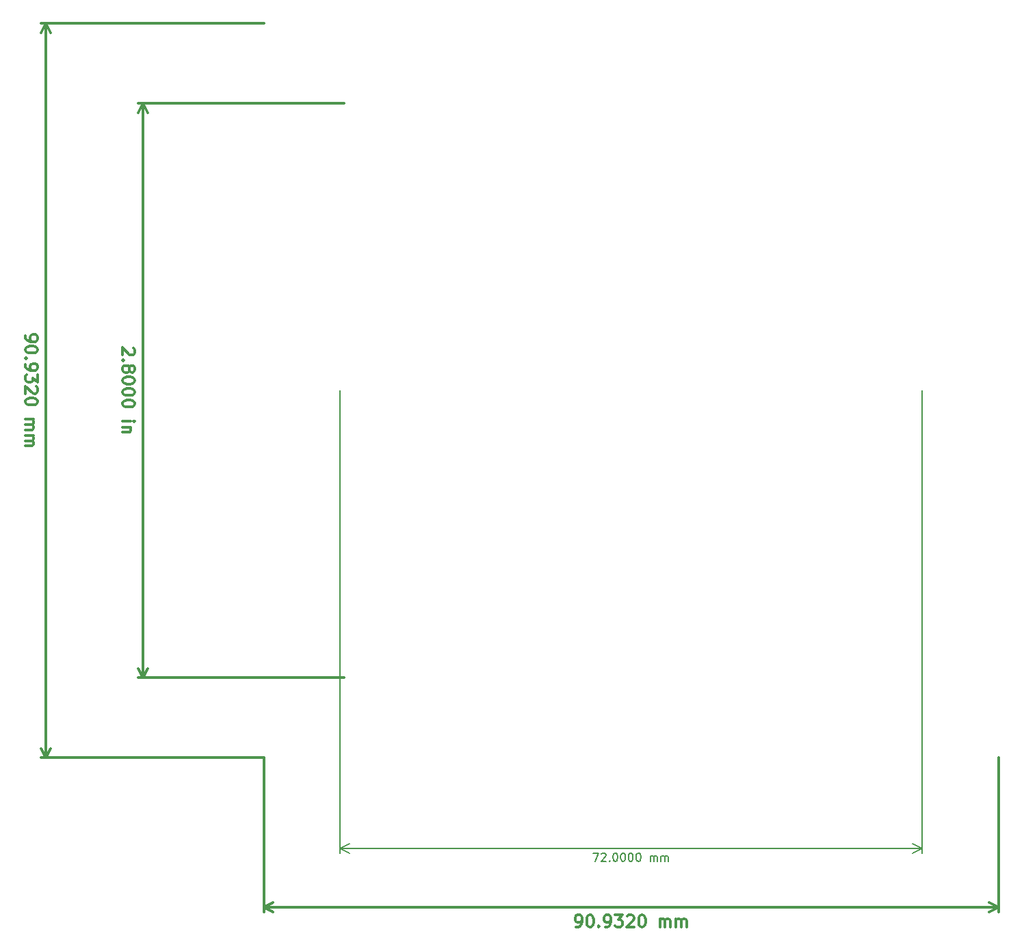
<source format=gbr>
G04 #@! TF.GenerationSoftware,KiCad,Pcbnew,5.99.0-unknown-43001cae3~104~ubuntu18.04.1*
G04 #@! TF.CreationDate,2020-11-12T23:28:15+01:00*
G04 #@! TF.ProjectId,QFHMIX01C,5146484d-4958-4303-9143-2e6b69636164,REV 0.2*
G04 #@! TF.SameCoordinates,Original*
G04 #@! TF.FileFunction,OtherDrawing,Comment*
%FSLAX45Y45*%
G04 Gerber Fmt 4.5, Leading zero omitted, Abs format (unit mm)*
G04 Created by KiCad (PCBNEW 5.99.0-unknown-43001cae3~104~ubuntu18.04.1) date 2020-11-12 23:28:15*
%MOMM*%
%LPD*%
G01*
G04 APERTURE LIST*
%ADD10C,0.150000*%
%ADD11C,0.300000*%
G04 APERTURE END LIST*
D10*
X14533333Y-14728738D02*
X14600000Y-14728738D01*
X14557143Y-14828738D01*
X14633333Y-14738262D02*
X14638095Y-14733500D01*
X14647619Y-14728738D01*
X14671428Y-14728738D01*
X14680952Y-14733500D01*
X14685714Y-14738262D01*
X14690476Y-14747786D01*
X14690476Y-14757309D01*
X14685714Y-14771595D01*
X14628571Y-14828738D01*
X14690476Y-14828738D01*
X14733333Y-14819214D02*
X14738095Y-14823976D01*
X14733333Y-14828738D01*
X14728571Y-14823976D01*
X14733333Y-14819214D01*
X14733333Y-14828738D01*
X14800000Y-14728738D02*
X14809524Y-14728738D01*
X14819048Y-14733500D01*
X14823809Y-14738262D01*
X14828571Y-14747786D01*
X14833333Y-14766833D01*
X14833333Y-14790643D01*
X14828571Y-14809690D01*
X14823809Y-14819214D01*
X14819048Y-14823976D01*
X14809524Y-14828738D01*
X14800000Y-14828738D01*
X14790476Y-14823976D01*
X14785714Y-14819214D01*
X14780952Y-14809690D01*
X14776190Y-14790643D01*
X14776190Y-14766833D01*
X14780952Y-14747786D01*
X14785714Y-14738262D01*
X14790476Y-14733500D01*
X14800000Y-14728738D01*
X14895238Y-14728738D02*
X14904762Y-14728738D01*
X14914286Y-14733500D01*
X14919048Y-14738262D01*
X14923809Y-14747786D01*
X14928571Y-14766833D01*
X14928571Y-14790643D01*
X14923809Y-14809690D01*
X14919048Y-14819214D01*
X14914286Y-14823976D01*
X14904762Y-14828738D01*
X14895238Y-14828738D01*
X14885714Y-14823976D01*
X14880952Y-14819214D01*
X14876190Y-14809690D01*
X14871428Y-14790643D01*
X14871428Y-14766833D01*
X14876190Y-14747786D01*
X14880952Y-14738262D01*
X14885714Y-14733500D01*
X14895238Y-14728738D01*
X14990476Y-14728738D02*
X15000000Y-14728738D01*
X15009524Y-14733500D01*
X15014286Y-14738262D01*
X15019048Y-14747786D01*
X15023809Y-14766833D01*
X15023809Y-14790643D01*
X15019048Y-14809690D01*
X15014286Y-14819214D01*
X15009524Y-14823976D01*
X15000000Y-14828738D01*
X14990476Y-14828738D01*
X14980952Y-14823976D01*
X14976190Y-14819214D01*
X14971428Y-14809690D01*
X14966667Y-14790643D01*
X14966667Y-14766833D01*
X14971428Y-14747786D01*
X14976190Y-14738262D01*
X14980952Y-14733500D01*
X14990476Y-14728738D01*
X15085714Y-14728738D02*
X15095238Y-14728738D01*
X15104762Y-14733500D01*
X15109524Y-14738262D01*
X15114286Y-14747786D01*
X15119048Y-14766833D01*
X15119048Y-14790643D01*
X15114286Y-14809690D01*
X15109524Y-14819214D01*
X15104762Y-14823976D01*
X15095238Y-14828738D01*
X15085714Y-14828738D01*
X15076190Y-14823976D01*
X15071428Y-14819214D01*
X15066667Y-14809690D01*
X15061905Y-14790643D01*
X15061905Y-14766833D01*
X15066667Y-14747786D01*
X15071428Y-14738262D01*
X15076190Y-14733500D01*
X15085714Y-14728738D01*
X15238095Y-14828738D02*
X15238095Y-14762071D01*
X15238095Y-14771595D02*
X15242857Y-14766833D01*
X15252381Y-14762071D01*
X15266667Y-14762071D01*
X15276190Y-14766833D01*
X15280952Y-14776357D01*
X15280952Y-14828738D01*
X15280952Y-14776357D02*
X15285714Y-14766833D01*
X15295238Y-14762071D01*
X15309524Y-14762071D01*
X15319048Y-14766833D01*
X15323809Y-14776357D01*
X15323809Y-14828738D01*
X15371428Y-14828738D02*
X15371428Y-14762071D01*
X15371428Y-14771595D02*
X15376190Y-14766833D01*
X15385714Y-14762071D01*
X15400000Y-14762071D01*
X15409524Y-14766833D01*
X15414286Y-14776357D01*
X15414286Y-14828738D01*
X15414286Y-14776357D02*
X15419048Y-14766833D01*
X15428571Y-14762071D01*
X15442857Y-14762071D01*
X15452381Y-14766833D01*
X15457143Y-14776357D01*
X15457143Y-14828738D01*
X18600000Y-9000000D02*
X18600000Y-14727142D01*
X11400000Y-9000000D02*
X11400000Y-14727142D01*
X18600000Y-14668500D02*
X11400000Y-14668500D01*
X18600000Y-14668500D02*
X11400000Y-14668500D01*
X18600000Y-14668500D02*
X18487350Y-14609858D01*
X18600000Y-14668500D02*
X18487350Y-14727142D01*
X11400000Y-14668500D02*
X11512650Y-14727142D01*
X11400000Y-14668500D02*
X11512650Y-14609858D01*
D11*
X14321428Y-15644457D02*
X14350000Y-15644457D01*
X14364286Y-15637314D01*
X14371428Y-15630171D01*
X14385714Y-15608743D01*
X14392857Y-15580171D01*
X14392857Y-15523028D01*
X14385714Y-15508743D01*
X14378571Y-15501600D01*
X14364286Y-15494457D01*
X14335714Y-15494457D01*
X14321428Y-15501600D01*
X14314286Y-15508743D01*
X14307143Y-15523028D01*
X14307143Y-15558743D01*
X14314286Y-15573028D01*
X14321428Y-15580171D01*
X14335714Y-15587314D01*
X14364286Y-15587314D01*
X14378571Y-15580171D01*
X14385714Y-15573028D01*
X14392857Y-15558743D01*
X14485714Y-15494457D02*
X14500000Y-15494457D01*
X14514286Y-15501600D01*
X14521428Y-15508743D01*
X14528571Y-15523028D01*
X14535714Y-15551600D01*
X14535714Y-15587314D01*
X14528571Y-15615886D01*
X14521428Y-15630171D01*
X14514286Y-15637314D01*
X14500000Y-15644457D01*
X14485714Y-15644457D01*
X14471428Y-15637314D01*
X14464286Y-15630171D01*
X14457143Y-15615886D01*
X14450000Y-15587314D01*
X14450000Y-15551600D01*
X14457143Y-15523028D01*
X14464286Y-15508743D01*
X14471428Y-15501600D01*
X14485714Y-15494457D01*
X14600000Y-15630171D02*
X14607143Y-15637314D01*
X14600000Y-15644457D01*
X14592857Y-15637314D01*
X14600000Y-15630171D01*
X14600000Y-15644457D01*
X14678571Y-15644457D02*
X14707143Y-15644457D01*
X14721428Y-15637314D01*
X14728571Y-15630171D01*
X14742857Y-15608743D01*
X14750000Y-15580171D01*
X14750000Y-15523028D01*
X14742857Y-15508743D01*
X14735714Y-15501600D01*
X14721428Y-15494457D01*
X14692857Y-15494457D01*
X14678571Y-15501600D01*
X14671428Y-15508743D01*
X14664286Y-15523028D01*
X14664286Y-15558743D01*
X14671428Y-15573028D01*
X14678571Y-15580171D01*
X14692857Y-15587314D01*
X14721428Y-15587314D01*
X14735714Y-15580171D01*
X14742857Y-15573028D01*
X14750000Y-15558743D01*
X14800000Y-15494457D02*
X14892857Y-15494457D01*
X14842857Y-15551600D01*
X14864286Y-15551600D01*
X14878571Y-15558743D01*
X14885714Y-15565886D01*
X14892857Y-15580171D01*
X14892857Y-15615886D01*
X14885714Y-15630171D01*
X14878571Y-15637314D01*
X14864286Y-15644457D01*
X14821428Y-15644457D01*
X14807143Y-15637314D01*
X14800000Y-15630171D01*
X14950000Y-15508743D02*
X14957143Y-15501600D01*
X14971428Y-15494457D01*
X15007143Y-15494457D01*
X15021428Y-15501600D01*
X15028571Y-15508743D01*
X15035714Y-15523028D01*
X15035714Y-15537314D01*
X15028571Y-15558743D01*
X14942857Y-15644457D01*
X15035714Y-15644457D01*
X15128571Y-15494457D02*
X15142857Y-15494457D01*
X15157143Y-15501600D01*
X15164286Y-15508743D01*
X15171428Y-15523028D01*
X15178571Y-15551600D01*
X15178571Y-15587314D01*
X15171428Y-15615886D01*
X15164286Y-15630171D01*
X15157143Y-15637314D01*
X15142857Y-15644457D01*
X15128571Y-15644457D01*
X15114286Y-15637314D01*
X15107143Y-15630171D01*
X15100000Y-15615886D01*
X15092857Y-15587314D01*
X15092857Y-15551600D01*
X15100000Y-15523028D01*
X15107143Y-15508743D01*
X15114286Y-15501600D01*
X15128571Y-15494457D01*
X15357143Y-15644457D02*
X15357143Y-15544457D01*
X15357143Y-15558743D02*
X15364286Y-15551600D01*
X15378571Y-15544457D01*
X15400000Y-15544457D01*
X15414286Y-15551600D01*
X15421428Y-15565886D01*
X15421428Y-15644457D01*
X15421428Y-15565886D02*
X15428571Y-15551600D01*
X15442857Y-15544457D01*
X15464286Y-15544457D01*
X15478571Y-15551600D01*
X15485714Y-15565886D01*
X15485714Y-15644457D01*
X15557143Y-15644457D02*
X15557143Y-15544457D01*
X15557143Y-15558743D02*
X15564286Y-15551600D01*
X15578571Y-15544457D01*
X15600000Y-15544457D01*
X15614286Y-15551600D01*
X15621428Y-15565886D01*
X15621428Y-15644457D01*
X15621428Y-15565886D02*
X15628571Y-15551600D01*
X15642857Y-15544457D01*
X15664286Y-15544457D01*
X15678571Y-15551600D01*
X15685714Y-15565886D01*
X15685714Y-15644457D01*
X19546600Y-13546600D02*
X19546600Y-15455242D01*
X10453400Y-13546600D02*
X10453400Y-15455242D01*
X19546600Y-15396600D02*
X10453400Y-15396600D01*
X19546600Y-15396600D02*
X10453400Y-15396600D01*
X19546600Y-15396600D02*
X19433950Y-15337958D01*
X19546600Y-15396600D02*
X19433950Y-15455242D01*
X10453400Y-15396600D02*
X10566050Y-15455242D01*
X10453400Y-15396600D02*
X10566050Y-15337958D01*
X7505543Y-8321428D02*
X7505543Y-8350000D01*
X7512686Y-8364286D01*
X7519828Y-8371428D01*
X7541257Y-8385714D01*
X7569828Y-8392857D01*
X7626971Y-8392857D01*
X7641257Y-8385714D01*
X7648400Y-8378571D01*
X7655543Y-8364286D01*
X7655543Y-8335714D01*
X7648400Y-8321428D01*
X7641257Y-8314286D01*
X7626971Y-8307143D01*
X7591257Y-8307143D01*
X7576971Y-8314286D01*
X7569828Y-8321428D01*
X7562686Y-8335714D01*
X7562686Y-8364286D01*
X7569828Y-8378571D01*
X7576971Y-8385714D01*
X7591257Y-8392857D01*
X7655543Y-8485714D02*
X7655543Y-8500000D01*
X7648400Y-8514286D01*
X7641257Y-8521429D01*
X7626971Y-8528571D01*
X7598400Y-8535714D01*
X7562686Y-8535714D01*
X7534114Y-8528571D01*
X7519828Y-8521429D01*
X7512686Y-8514286D01*
X7505543Y-8500000D01*
X7505543Y-8485714D01*
X7512686Y-8471429D01*
X7519828Y-8464286D01*
X7534114Y-8457143D01*
X7562686Y-8450000D01*
X7598400Y-8450000D01*
X7626971Y-8457143D01*
X7641257Y-8464286D01*
X7648400Y-8471429D01*
X7655543Y-8485714D01*
X7519828Y-8600000D02*
X7512686Y-8607143D01*
X7505543Y-8600000D01*
X7512686Y-8592857D01*
X7519828Y-8600000D01*
X7505543Y-8600000D01*
X7505543Y-8678571D02*
X7505543Y-8707143D01*
X7512686Y-8721429D01*
X7519828Y-8728571D01*
X7541257Y-8742857D01*
X7569828Y-8750000D01*
X7626971Y-8750000D01*
X7641257Y-8742857D01*
X7648400Y-8735714D01*
X7655543Y-8721429D01*
X7655543Y-8692857D01*
X7648400Y-8678571D01*
X7641257Y-8671429D01*
X7626971Y-8664286D01*
X7591257Y-8664286D01*
X7576971Y-8671429D01*
X7569828Y-8678571D01*
X7562686Y-8692857D01*
X7562686Y-8721429D01*
X7569828Y-8735714D01*
X7576971Y-8742857D01*
X7591257Y-8750000D01*
X7655543Y-8800000D02*
X7655543Y-8892857D01*
X7598400Y-8842857D01*
X7598400Y-8864286D01*
X7591257Y-8878571D01*
X7584114Y-8885714D01*
X7569828Y-8892857D01*
X7534114Y-8892857D01*
X7519828Y-8885714D01*
X7512686Y-8878571D01*
X7505543Y-8864286D01*
X7505543Y-8821429D01*
X7512686Y-8807143D01*
X7519828Y-8800000D01*
X7641257Y-8950000D02*
X7648400Y-8957143D01*
X7655543Y-8971429D01*
X7655543Y-9007143D01*
X7648400Y-9021429D01*
X7641257Y-9028571D01*
X7626971Y-9035714D01*
X7612686Y-9035714D01*
X7591257Y-9028571D01*
X7505543Y-8942857D01*
X7505543Y-9035714D01*
X7655543Y-9128571D02*
X7655543Y-9142857D01*
X7648400Y-9157143D01*
X7641257Y-9164286D01*
X7626971Y-9171429D01*
X7598400Y-9178571D01*
X7562686Y-9178571D01*
X7534114Y-9171429D01*
X7519828Y-9164286D01*
X7512686Y-9157143D01*
X7505543Y-9142857D01*
X7505543Y-9128571D01*
X7512686Y-9114286D01*
X7519828Y-9107143D01*
X7534114Y-9100000D01*
X7562686Y-9092857D01*
X7598400Y-9092857D01*
X7626971Y-9100000D01*
X7641257Y-9107143D01*
X7648400Y-9114286D01*
X7655543Y-9128571D01*
X7505543Y-9357143D02*
X7605543Y-9357143D01*
X7591257Y-9357143D02*
X7598400Y-9364286D01*
X7605543Y-9378571D01*
X7605543Y-9400000D01*
X7598400Y-9414286D01*
X7584114Y-9421429D01*
X7505543Y-9421429D01*
X7584114Y-9421429D02*
X7598400Y-9428571D01*
X7605543Y-9442857D01*
X7605543Y-9464286D01*
X7598400Y-9478571D01*
X7584114Y-9485714D01*
X7505543Y-9485714D01*
X7505543Y-9557143D02*
X7605543Y-9557143D01*
X7591257Y-9557143D02*
X7598400Y-9564286D01*
X7605543Y-9578571D01*
X7605543Y-9600000D01*
X7598400Y-9614286D01*
X7584114Y-9621429D01*
X7505543Y-9621429D01*
X7584114Y-9621429D02*
X7598400Y-9628571D01*
X7605543Y-9642857D01*
X7605543Y-9664286D01*
X7598400Y-9678571D01*
X7584114Y-9685714D01*
X7505543Y-9685714D01*
X10453400Y-4453400D02*
X7694758Y-4453400D01*
X10453400Y-13546600D02*
X7694758Y-13546600D01*
X7753400Y-4453400D02*
X7753400Y-13546600D01*
X7753400Y-4453400D02*
X7753400Y-13546600D01*
X7753400Y-4453400D02*
X7694758Y-4566050D01*
X7753400Y-4453400D02*
X7812042Y-4566050D01*
X7753400Y-13546600D02*
X7812042Y-13433950D01*
X7753400Y-13546600D02*
X7694758Y-13433950D01*
X8842657Y-8475000D02*
X8849800Y-8482143D01*
X8856943Y-8496429D01*
X8856943Y-8532143D01*
X8849800Y-8546429D01*
X8842657Y-8553571D01*
X8828371Y-8560714D01*
X8814086Y-8560714D01*
X8792657Y-8553571D01*
X8706943Y-8467857D01*
X8706943Y-8560714D01*
X8721229Y-8625000D02*
X8714086Y-8632143D01*
X8706943Y-8625000D01*
X8714086Y-8617857D01*
X8721229Y-8625000D01*
X8706943Y-8625000D01*
X8792657Y-8717857D02*
X8799800Y-8703571D01*
X8806943Y-8696429D01*
X8821229Y-8689286D01*
X8828371Y-8689286D01*
X8842657Y-8696429D01*
X8849800Y-8703571D01*
X8856943Y-8717857D01*
X8856943Y-8746429D01*
X8849800Y-8760714D01*
X8842657Y-8767857D01*
X8828371Y-8775000D01*
X8821229Y-8775000D01*
X8806943Y-8767857D01*
X8799800Y-8760714D01*
X8792657Y-8746429D01*
X8792657Y-8717857D01*
X8785514Y-8703571D01*
X8778371Y-8696429D01*
X8764086Y-8689286D01*
X8735514Y-8689286D01*
X8721229Y-8696429D01*
X8714086Y-8703571D01*
X8706943Y-8717857D01*
X8706943Y-8746429D01*
X8714086Y-8760714D01*
X8721229Y-8767857D01*
X8735514Y-8775000D01*
X8764086Y-8775000D01*
X8778371Y-8767857D01*
X8785514Y-8760714D01*
X8792657Y-8746429D01*
X8856943Y-8867857D02*
X8856943Y-8882143D01*
X8849800Y-8896429D01*
X8842657Y-8903571D01*
X8828371Y-8910714D01*
X8799800Y-8917857D01*
X8764086Y-8917857D01*
X8735514Y-8910714D01*
X8721229Y-8903571D01*
X8714086Y-8896429D01*
X8706943Y-8882143D01*
X8706943Y-8867857D01*
X8714086Y-8853571D01*
X8721229Y-8846429D01*
X8735514Y-8839286D01*
X8764086Y-8832143D01*
X8799800Y-8832143D01*
X8828371Y-8839286D01*
X8842657Y-8846429D01*
X8849800Y-8853571D01*
X8856943Y-8867857D01*
X8856943Y-9010714D02*
X8856943Y-9025000D01*
X8849800Y-9039286D01*
X8842657Y-9046429D01*
X8828371Y-9053571D01*
X8799800Y-9060714D01*
X8764086Y-9060714D01*
X8735514Y-9053571D01*
X8721229Y-9046429D01*
X8714086Y-9039286D01*
X8706943Y-9025000D01*
X8706943Y-9010714D01*
X8714086Y-8996429D01*
X8721229Y-8989286D01*
X8735514Y-8982143D01*
X8764086Y-8975000D01*
X8799800Y-8975000D01*
X8828371Y-8982143D01*
X8842657Y-8989286D01*
X8849800Y-8996429D01*
X8856943Y-9010714D01*
X8856943Y-9153571D02*
X8856943Y-9167857D01*
X8849800Y-9182143D01*
X8842657Y-9189286D01*
X8828371Y-9196429D01*
X8799800Y-9203571D01*
X8764086Y-9203571D01*
X8735514Y-9196429D01*
X8721229Y-9189286D01*
X8714086Y-9182143D01*
X8706943Y-9167857D01*
X8706943Y-9153571D01*
X8714086Y-9139286D01*
X8721229Y-9132143D01*
X8735514Y-9125000D01*
X8764086Y-9117857D01*
X8799800Y-9117857D01*
X8828371Y-9125000D01*
X8842657Y-9132143D01*
X8849800Y-9139286D01*
X8856943Y-9153571D01*
X8706943Y-9382143D02*
X8806943Y-9382143D01*
X8856943Y-9382143D02*
X8849800Y-9375000D01*
X8842657Y-9382143D01*
X8849800Y-9389286D01*
X8856943Y-9382143D01*
X8842657Y-9382143D01*
X8806943Y-9453571D02*
X8706943Y-9453571D01*
X8792657Y-9453571D02*
X8799800Y-9460714D01*
X8806943Y-9475000D01*
X8806943Y-9496429D01*
X8799800Y-9510714D01*
X8785514Y-9517857D01*
X8706943Y-9517857D01*
X11444000Y-5444000D02*
X8896158Y-5444000D01*
X11444000Y-12556000D02*
X8896158Y-12556000D01*
X8954800Y-5444000D02*
X8954800Y-12556000D01*
X8954800Y-5444000D02*
X8954800Y-12556000D01*
X8954800Y-5444000D02*
X8896158Y-5556650D01*
X8954800Y-5444000D02*
X9013442Y-5556650D01*
X8954800Y-12556000D02*
X9013442Y-12443350D01*
X8954800Y-12556000D02*
X8896158Y-12443350D01*
M02*

</source>
